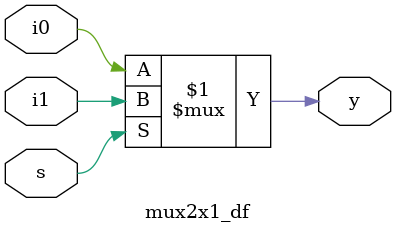
<source format=v>
module mux2x1_df(i0,i1,s,y);
input i0,i1,s;
output wire y;
assign y = s?i1:i0;
endmodule

</source>
